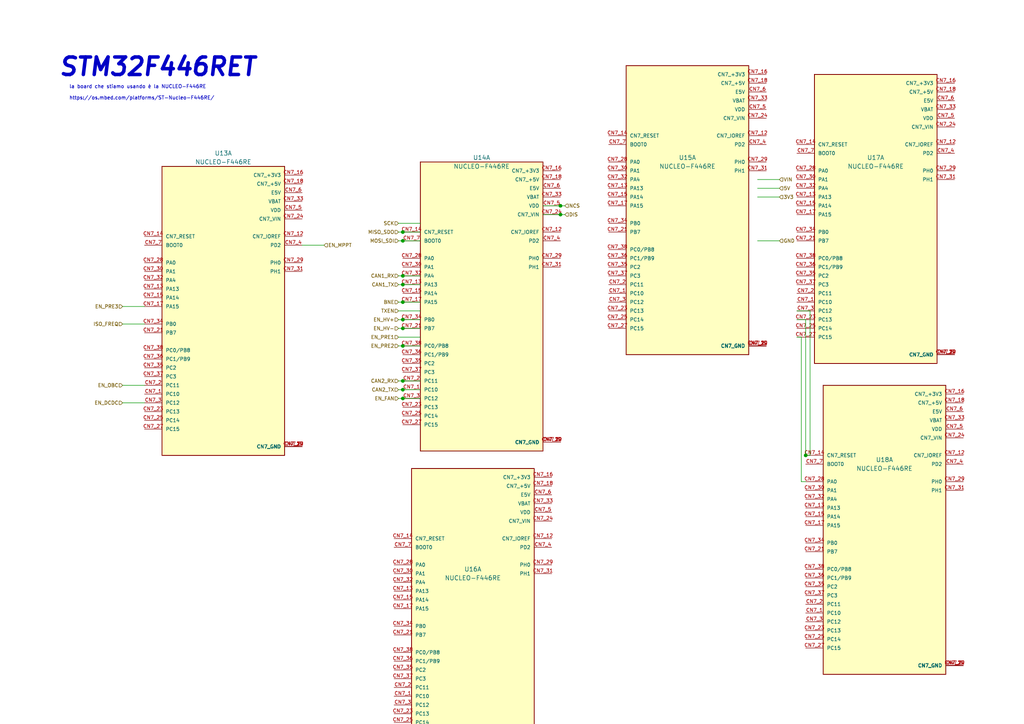
<source format=kicad_sch>
(kicad_sch (version 20250114) (generator "eeschema") (generator_version "9.0")
  (paper "A4")
  (lib_symbols
    (symbol "ArchimedeSRL:NUCLEO-F446RE" (pin_names (offset 1.016))
      (property "Reference" "U" (at -17.78 41.91 0))
      (property "Value" "NUCLEO-F446RE" (at -17.78 -44.45 0))
      (symbol "NUCLEO-F446RE_1_0"
        (rectangle (start -17.78 -43.18) (end 17.78 40.64) (stroke (width 0.254)) (fill (type background)))
        (pin bidirectional line (at -22.86 20.32 0) (length 5.08) (name "CN7_RESET") (number "CN7_14"))
        (pin bidirectional line (at -22.86 17.78 0) (length 5.08) (name "BOOT0") (number "CN7_7"))
        (pin bidirectional line (at -22.86 12.7 0) (length 5.08) (name "PA0") (number "CN7_28"))
        (pin bidirectional line (at -22.86 10.16 0) (length 5.08) (name "PA1") (number "CN7_30"))
        (pin bidirectional line (at -22.86 7.62 0) (length 5.08) (name "PA4") (number "CN7_32"))
        (pin bidirectional line (at -22.86 5.08 0) (length 5.08) (name "PA13") (number "CN7_13"))
        (pin bidirectional line (at -22.86 2.54 0) (length 5.08) (name "PA14") (number "CN7_15"))
        (pin bidirectional line (at -22.86 0 0) (length 5.08) (name "PA15") (number "CN7_17"))
        (pin bidirectional line (at -22.86 -5.08 0) (length 5.08) (name "PB0") (number "CN7_34"))
        (pin bidirectional line (at -22.86 -7.62 0) (length 5.08) (name "PB7") (number "CN7_21"))
        (pin bidirectional line (at -22.86 -12.7 0) (length 5.08) (name "PC0/PB8") (number "CN7_38"))
        (pin bidirectional line (at -22.86 -15.24 0) (length 5.08) (name "PC1/PB9") (number "CN7_36"))
        (pin bidirectional line (at -22.86 -17.78 0) (length 5.08) (name "PC2") (number "CN7_35"))
        (pin bidirectional line (at -22.86 -20.32 0) (length 5.08) (name "PC3") (number "CN7_37"))
        (pin bidirectional line (at -22.86 -22.86 0) (length 5.08) (name "PC11") (number "CN7_2"))
        (pin bidirectional line (at -22.86 -25.4 0) (length 5.08) (name "PC10") (number "CN7_1"))
        (pin bidirectional line (at -22.86 -27.94 0) (length 5.08) (name "PC12") (number "CN7_3"))
        (pin bidirectional line (at -22.86 -30.48 0) (length 5.08) (name "PC13") (number "CN7_23"))
        (pin bidirectional line (at -22.86 -33.02 0) (length 5.08) (name "PC14") (number "CN7_25"))
        (pin bidirectional line (at -22.86 -35.56 0) (length 5.08) (name "PC15") (number "CN7_27"))
        (pin power_in line (at 22.86 38.1 180) (length 5.08) (name "CN7_+3V3") (number "CN7_16"))
        (pin power_in line (at 22.86 35.56 180) (length 5.08) (name "CN7_+5V") (number "CN7_18"))
        (pin power_in line (at 22.86 33.02 180) (length 5.08) (name "E5V") (number "CN7_6"))
        (pin power_in line (at 22.86 30.48 180) (length 5.08) (name "VBAT") (number "CN7_33"))
        (pin power_in line (at 22.86 27.94 180) (length 5.08) (name "VDD") (number "CN7_5"))
        (pin power_in line (at 22.86 25.4 180) (length 5.08) (name "CN7_VIN") (number "CN7_24"))
        (pin bidirectional line (at 22.86 20.32 180) (length 5.08) (name "CN7_IOREF") (number "CN7_12"))
        (pin bidirectional line (at 22.86 17.78 180) (length 5.08) (name "PD2") (number "CN7_4"))
        (pin bidirectional line (at 22.86 12.7 180) (length 5.08) (name "PH0") (number "CN7_29"))
        (pin bidirectional line (at 22.86 10.16 180) (length 5.08) (name "PH1") (number "CN7_31"))
        (pin power_in line (at 22.86 -40.64 180) (length 5.08) (name "CN7_GND") (number "CN7_19"))
        (pin power_in line (at 22.86 -40.64 180) (length 5.08) (name "CN7_GND") (number "CN7_20"))
        (pin power_in line (at 22.86 -40.64 180) (length 5.08) (name "CN7_GND") (number "CN7_22"))
        (pin power_in line (at 22.86 -40.64 180) (length 5.08) (name "CN7_GND") (number "CN7_8"))
      )
      (symbol "NUCLEO-F446RE_2_0"
        (rectangle (start -12.7 -40.64) (end 12.7 38.1) (stroke (width 0.254)) (fill (type background)))
        (pin bidirectional line (at -17.78 27.94 0) (length 5.08) (name "PA2") (number "CN10_35"))
        (pin bidirectional line (at -17.78 25.4 0) (length 5.08) (name "PA3") (number "CN10_37"))
        (pin bidirectional line (at -17.78 22.86 0) (length 5.08) (name "PA5") (number "CN10_11"))
        (pin bidirectional line (at -17.78 20.32 0) (length 5.08) (name "PA6") (number "CN10_13"))
        (pin bidirectional line (at -17.78 17.78 0) (length 5.08) (name "PA7") (number "CN10_15"))
        (pin bidirectional line (at -17.78 15.24 0) (length 5.08) (name "PA8") (number "CN10_23"))
        (pin bidirectional line (at -17.78 12.7 0) (length 5.08) (name "PA9") (number "CN10_21"))
        (pin bidirectional line (at -17.78 10.16 0) (length 5.08) (name "PA10") (number "CN10_33"))
        (pin bidirectional line (at -17.78 7.62 0) (length 5.08) (name "PA11") (number "CN10_14"))
        (pin bidirectional line (at -17.78 5.08 0) (length 5.08) (name "PA12") (number "CN10_12"))
        (pin bidirectional line (at -17.78 0 0) (length 5.08) (name "PB1") (number "CN10_24"))
        (pin bidirectional line (at -17.78 -2.54 0) (length 5.08) (name "PB2") (number "CN10_22"))
        (pin bidirectional line (at -17.78 -5.08 0) (length 5.08) (name "PB3") (number "CN10_31"))
        (pin bidirectional line (at -17.78 -7.62 0) (length 5.08) (name "PB4") (number "CN10_27"))
        (pin bidirectional line (at -17.78 -10.16 0) (length 5.08) (name "PB5") (number "CN10_29"))
        (pin bidirectional line (at -17.78 -12.7 0) (length 5.08) (name "PB6") (number "CN10_17"))
        (pin bidirectional line (at -17.78 -15.24 0) (length 5.08) (name "PB8") (number "CN10_3"))
        (pin bidirectional line (at -17.78 -17.78 0) (length 5.08) (name "PB9") (number "CN10_5"))
        (pin bidirectional line (at -17.78 -20.32 0) (length 5.08) (name "PB10") (number "CN10_25"))
        (pin bidirectional line (at -17.78 -22.86 0) (length 5.08) (name "PB12") (number "CN10_16"))
        (pin bidirectional line (at -17.78 -25.4 0) (length 5.08) (name "PB13") (number "CN10_30"))
        (pin bidirectional line (at -17.78 -27.94 0) (length 5.08) (name "PB14") (number "CN10_28"))
        (pin bidirectional line (at -17.78 -30.48 0) (length 5.08) (name "PB15") (number "CN10_26"))
        (pin power_in line (at 17.78 35.56 180) (length 5.08) (name "AVDD") (number "CN10_7"))
        (pin power_in line (at 17.78 33.02 180) (length 5.08) (name "U5V") (number "CN10_8"))
        (pin bidirectional line (at 17.78 27.94 180) (length 5.08) (name "PC4") (number "CN10_34"))
        (pin bidirectional line (at 17.78 25.4 180) (length 5.08) (name "PC5") (number "CN10_6"))
        (pin bidirectional line (at 17.78 22.86 180) (length 5.08) (name "PC6") (number "CN10_4"))
        (pin bidirectional line (at 17.78 20.32 180) (length 5.08) (name "PC7") (number "CN10_19"))
        (pin bidirectional line (at 17.78 17.78 180) (length 5.08) (name "PC8") (number "CN10_2"))
        (pin bidirectional line (at 17.78 15.24 180) (length 5.08) (name "PC9") (number "CN10_1"))
        (pin power_in line (at 17.78 -35.56 180) (length 5.08) (name "AGND") (number "CN10_32"))
        (pin power_in line (at 17.78 -38.1 180) (length 5.08) (name "CN10_GND") (number "CN10_20"))
        (pin power_in line (at 17.78 -38.1 180) (length 5.08) (name "CN10_GND") (number "CN10_9"))
      )
      (symbol "NUCLEO-F446RE_3_0"
        (rectangle (start -15.24 -12.7) (end 15.24 10.16) (stroke (width 0.254)) (fill (type background)))
        (pin bidirectional line (at -20.32 -2.54 0) (length 5.08) (name "CN6_RESET") (number "CN6_3"))
        (pin bidirectional line (at -20.32 -5.08 0) (length 5.08) (name "CN6_IOREF") (number "CN6_2"))
        (pin power_in line (at 20.32 7.62 180) (length 5.08) (name "CN6_VIN") (number "CN6_8"))
        (pin power_in line (at 20.32 5.08 180) (length 5.08) (name "CN6_+5V") (number "CN6_5"))
        (pin power_in line (at 20.32 2.54 180) (length 5.08) (name "CN6_+3V3") (number "CN6_4"))
        (pin power_in line (at 20.32 -10.16 180) (length 5.08) (name "CN6_GND") (number "CN6_6"))
        (pin power_in line (at 20.32 -10.16 180) (length 5.08) (name "CN6_GND") (number "CN6_7"))
      )
      (symbol "NUCLEO-F446RE_4_0"
        (rectangle (start -5.08 -12.7) (end 5.08 12.7) (stroke (width 0.254)) (fill (type background)))
        (pin input line (at -10.16 10.16 0) (length 5.08) (name "D0") (number "CN9_1"))
        (pin output line (at -10.16 7.62 0) (length 5.08) (name "D1") (number "CN9_2"))
        (pin bidirectional line (at -10.16 2.54 0) (length 5.08) (name "D2") (number "CN9_3"))
        (pin bidirectional line (at -10.16 0 0) (length 5.08) (name "D3") (number "CN9_4"))
        (pin bidirectional line (at -10.16 -2.54 0) (length 5.08) (name "D4") (number "CN9_5"))
        (pin bidirectional line (at -10.16 -5.08 0) (length 5.08) (name "D5") (number "CN9_6"))
        (pin bidirectional line (at -10.16 -7.62 0) (length 5.08) (name "D6") (number "CN9_7"))
        (pin bidirectional line (at -10.16 -10.16 0) (length 5.08) (name "D7") (number "CN9_8"))
      )
      (symbol "NUCLEO-F446RE_5_0"
        (rectangle (start -5.08 -10.16) (end 5.08 7.62) (stroke (width 0.254)) (fill (type background)))
        (pin input line (at -10.16 5.08 0) (length 5.08) (name "A0") (number "CN8_1"))
        (pin input line (at -10.16 2.54 0) (length 5.08) (name "A1") (number "CN8_2"))
        (pin input line (at -10.16 0 0) (length 5.08) (name "A2") (number "CN8_3"))
        (pin input line (at -10.16 -2.54 0) (length 5.08) (name "A3") (number "CN8_4"))
        (pin input line (at -10.16 -5.08 0) (length 5.08) (name "A4") (number "CN8_5"))
        (pin input line (at -10.16 -7.62 0) (length 5.08) (name "A5") (number "CN8_6"))
      )
      (symbol "NUCLEO-F446RE_6_0"
        (rectangle (start -10.16 -17.78) (end 10.16 15.24) (stroke (width 0.254)) (fill (type background)))
        (pin bidirectional line (at -15.24 7.62 0) (length 5.08) (name "D8") (number "CN5_1"))
        (pin bidirectional line (at -15.24 5.08 0) (length 5.08) (name "D9") (number "CN5_2"))
        (pin bidirectional line (at -15.24 2.54 0) (length 5.08) (name "D10") (number "CN5_3"))
        (pin bidirectional line (at -15.24 0 0) (length 5.08) (name "D11") (number "CN5_4"))
        (pin bidirectional line (at -15.24 -2.54 0) (length 5.08) (name "D12") (number "CN5_5"))
        (pin bidirectional clock (at -15.24 -5.08 0) (length 5.08) (name "D13") (number "CN5_6"))
        (pin bidirectional line (at -15.24 -7.62 0) (length 5.08) (name "D14") (number "CN5_9"))
        (pin bidirectional clock (at -15.24 -10.16 0) (length 5.08) (name "D15") (number "CN5_10"))
        (pin power_in line (at 15.24 12.7 180) (length 5.08) (name "AREF") (number "CN5_8"))
        (pin power_in line (at 15.24 -15.24 180) (length 5.08) (name "CN5_GND") (number "CN5_7"))
      )
    )
    (symbol "MCU_ST_STM32F4:STM32F446RETx"
      (property "Reference" "U" (at -17.78 46.99 0))
      (property "Value" "STM32F446RETx" (at 10.16 46.99 0))
      (symbol "STM32F446RETx_0_1"
        (rectangle (start -17.78 -43.18) (end 17.78 45.72) (stroke (width 0.254)) (fill (type background)))
      )
      (symbol "STM32F446RETx_1_1"
        (pin input line (at -20.32 40.64 0) (length 2.54) (name "NRST") (number "7"))
        (pin input line (at -20.32 35.56 0) (length 2.54) (name "BOOT0") (number "60"))
        (pin bidirectional line (at -20.32 30.48 0) (length 2.54) (name "PH0") (number "5"))
        (pin bidirectional line (at -20.32 27.94 0) (length 2.54) (name "PH1") (number "6"))
        (pin bidirectional line (at -20.32 22.86 0) (length 2.54) (name "PD2") (number "54"))
        (pin bidirectional line (at -20.32 17.78 0) (length 2.54) (name "PC0") (number "8"))
        (pin bidirectional line (at -20.32 15.24 0) (length 2.54) (name "PC1") (number "9"))
        (pin bidirectional line (at -20.32 12.7 0) (length 2.54) (name "PC2") (number "10"))
        (pin bidirectional line (at -20.32 10.16 0) (length 2.54) (name "PC3") (number "11"))
        (pin bidirectional line (at -20.32 7.62 0) (length 2.54) (name "PC4") (number "24"))
        (pin bidirectional line (at -20.32 5.08 0) (length 2.54) (name "PC5") (number "25"))
        (pin bidirectional line (at -20.32 2.54 0) (length 2.54) (name "PC6") (number "37"))
        (pin bidirectional line (at -20.32 0 0) (length 2.54) (name "PC7") (number "38"))
        (pin bidirectional line (at -20.32 -2.54 0) (length 2.54) (name "PC8") (number "39"))
        (pin bidirectional line (at -20.32 -5.08 0) (length 2.54) (name "PC9") (number "40"))
        (pin bidirectional line (at -20.32 -7.62 0) (length 2.54) (name "PC10") (number "51"))
        (pin bidirectional line (at -20.32 -10.16 0) (length 2.54) (name "PC11") (number "52"))
        (pin bidirectional line (at -20.32 -12.7 0) (length 2.54) (name "PC12") (number "53"))
        (pin bidirectional line (at -20.32 -15.24 0) (length 2.54) (name "PC13") (number "2"))
        (pin bidirectional line (at -20.32 -17.78 0) (length 2.54) (name "PC14") (number "3"))
        (pin bidirectional line (at -20.32 -20.32 0) (length 2.54) (name "PC15") (number "4"))
        (pin power_out line (at -20.32 -25.4 0) (length 2.54) (name "VCAP_1") (number "30"))
        (pin power_in line (at -5.08 48.26 270) (length 2.54) (name "VBAT") (number "1"))
        (pin power_in line (at -2.54 48.26 270) (length 2.54) (name "VDD") (number "19"))
        (pin power_in line (at 0 48.26 270) (length 2.54) (name "VDD") (number "32"))
        (pin power_in line (at 0 -45.72 90) (length 2.54) (name "VSS") (number "18"))
        (pin passive line (at 0 -45.72 90) (length 2.54) (hide yes) (name "VSS") (number "31"))
        (pin passive line (at 0 -45.72 90) (length 2.54) (hide yes) (name "VSS") (number "47"))
        (pin passive line (at 0 -45.72 90) (length 2.54) (hide yes) (name "VSS") (number "63"))
        (pin power_in line (at 2.54 48.26 270) (length 2.54) (name "VDD") (number "48"))
        (pin power_in line (at 2.54 -45.72 90) (length 2.54) (name "VSSA") (number "12"))
        (pin power_in line (at 5.08 48.26 270) (length 2.54) (name "VDD") (number "64"))
        (pin power_in line (at 7.62 48.26 270) (length 2.54) (name "VDDA") (number "13"))
        (pin bidirectional line (at 20.32 40.64 180) (length 2.54) (name "PA0") (number "14"))
        (pin bidirectional line (at 20.32 38.1 180) (length 2.54) (name "PA1") (number "15"))
        (pin bidirectional line (at 20.32 35.56 180) (length 2.54) (name "PA2") (number "16"))
        (pin bidirectional line (at 20.32 33.02 180) (length 2.54) (name "PA3") (number "17"))
        (pin bidirectional line (at 20.32 30.48 180) (length 2.54) (name "PA4") (number "20"))
        (pin bidirectional line (at 20.32 27.94 180) (length 2.54) (name "PA5") (number "21"))
        (pin bidirectional line (at 20.32 25.4 180) (length 2.54) (name "PA6") (number "22"))
        (pin bidirectional line (at 20.32 22.86 180) (length 2.54) (name "PA7") (number "23"))
        (pin bidirectional line (at 20.32 20.32 180) (length 2.54) (name "PA8") (number "41"))
        (pin bidirectional line (at 20.32 17.78 180) (length 2.54) (name "PA9") (number "42"))
        (pin bidirectional line (at 20.32 15.24 180) (length 2.54) (name "PA10") (number "43"))
        (pin bidirectional line (at 20.32 12.7 180) (length 2.54) (name "PA11") (number "44"))
        (pin bidirectional line (at 20.32 10.16 180) (length 2.54) (name "PA12") (number "45"))
        (pin bidirectional line (at 20.32 7.62 180) (length 2.54) (name "PA13") (number "46"))
        (pin bidirectional line (at 20.32 5.08 180) (length 2.54) (name "PA14") (number "49"))
        (pin bidirectional line (at 20.32 2.54 180) (length 2.54) (name "PA15") (number "50"))
        (pin bidirectional line (at 20.32 -2.54 180) (length 2.54) (name "PB0") (number "26"))
        (pin bidirectional line (at 20.32 -5.08 180) (length 2.54) (name "PB1") (number "27"))
        (pin bidirectional line (at 20.32 -7.62 180) (length 2.54) (name "PB2") (number "28"))
        (pin bidirectional line (at 20.32 -10.16 180) (length 2.54) (name "PB3") (number "55"))
        (pin bidirectional line (at 20.32 -12.7 180) (length 2.54) (name "PB4") (number "56"))
        (pin bidirectional line (at 20.32 -15.24 180) (length 2.54) (name "PB5") (number "57"))
        (pin bidirectional line (at 20.32 -17.78 180) (length 2.54) (name "PB6") (number "58"))
        (pin bidirectional line (at 20.32 -20.32 180) (length 2.54) (name "PB7") (number "59"))
        (pin bidirectional line (at 20.32 -22.86 180) (length 2.54) (name "PB8") (number "61"))
        (pin bidirectional line (at 20.32 -25.4 180) (length 2.54) (name "PB9") (number "62"))
        (pin bidirectional line (at 20.32 -27.94 180) (length 2.54) (name "PB10") (number "29"))
        (pin bidirectional line (at 20.32 -30.48 180) (length 2.54) (name "PB12") (number "33"))
        (pin bidirectional line (at 20.32 -33.02 180) (length 2.54) (name "PB13") (number "34"))
        (pin bidirectional line (at 20.32 -35.56 180) (length 2.54) (name "PB14") (number "35"))
        (pin bidirectional line (at 20.32 -38.1 180) (length 2.54) (name "PB15") (number "36"))
      )
    )
  )
  (text "STM32F446RET" (at 16.764 19.558 0) (effects (font (size 5.08 5.08) (thickness 1.016) (bold yes) (italic yes)) (justify left)))
  (text "la board che stiamo usando è la NUCLEO-F446RE\n\nhttps://os.mbed.com/platforms/ST-Nucleo-F446RE/" (at 20.066 26.924 0) (effects (font (size 1.016 1.016)) (justify left)))
  (junction (at 116.84 92.71))
  (junction (at 116.84 80.01))
  (junction (at 162.56 62.23))
  (junction (at 116.84 87.63))
  (junction (at 116.84 113.03))
  (junction (at 116.84 82.55))
  (junction (at 116.84 69.85))
  (junction (at 233.68 132.08))
  (junction (at 116.84 95.25))
  (junction (at 116.84 115.57))
  (junction (at 116.84 67.31))
  (junction (at 162.56 59.69))
  (junction (at 116.84 110.49))
  (junction (at 116.84 100.33))
  (wire (pts (xy 116.84 87.63) (xy 121.92 87.63)))
  (wire (pts (xy 115.57 113.03) (xy 116.84 113.03)))
  (wire (pts (xy 162.56 62.23) (xy 163.83 62.23)))
  (wire (pts (xy 219.71 54.61) (xy 226.06 54.61)))
  (wire (pts (xy 116.84 113.03) (xy 121.92 113.03)))
  (wire (pts (xy 35.56 116.84) (xy 41.91 116.84)))
  (wire (pts (xy 115.57 100.33) (xy 116.84 100.33)))
  (wire (pts (xy 232.41 139.7) (xy 232.41 97.79)))
  (wire (pts (xy 219.71 69.85) (xy 226.06 69.85)))
  (wire (pts (xy 115.57 90.17) (xy 121.92 90.17)))
  (wire (pts (xy 116.84 80.01) (xy 121.92 80.01)))
  (wire (pts (xy 115.57 82.55) (xy 116.84 82.55)))
  (wire (pts (xy 115.57 92.71) (xy 116.84 92.71)))
  (wire (pts (xy 157.48 59.69) (xy 162.56 59.69)))
  (wire (pts (xy 219.71 57.15) (xy 226.06 57.15)))
  (wire (pts (xy 116.84 95.25) (xy 121.92 95.25)))
  (wire (pts (xy 115.57 67.31) (xy 116.84 67.31)))
  (wire (pts (xy 219.71 52.07) (xy 226.06 52.07)))
  (wire (pts (xy 233.68 132.08) (xy 233.68 92.71)))
  (wire (pts (xy 35.56 93.98) (xy 41.91 93.98)))
  (wire (pts (xy 116.84 115.57) (xy 121.92 115.57)))
  (wire (pts (xy 116.84 110.49) (xy 121.92 110.49)))
  (wire (pts (xy 116.84 69.85) (xy 121.92 69.85)))
  (wire (pts (xy 115.57 80.01) (xy 116.84 80.01)))
  (wire (pts (xy 232.41 97.79) (xy 231.14 97.79)))
  (wire (pts (xy 234.95 132.08) (xy 234.95 90.17)))
  (wire (pts (xy 234.95 90.17) (xy 231.14 90.17)))
  (wire (pts (xy 162.56 59.69) (xy 163.83 59.69)))
  (wire (pts (xy 115.57 115.57) (xy 116.84 115.57)))
  (wire (pts (xy 35.56 111.76) (xy 41.91 111.76)))
  (wire (pts (xy 115.57 87.63) (xy 116.84 87.63)))
  (wire (pts (xy 116.84 67.31) (xy 121.92 67.31)))
  (wire (pts (xy 35.56 88.9) (xy 41.91 88.9)))
  (wire (pts (xy 115.57 95.25) (xy 116.84 95.25)))
  (wire (pts (xy 116.84 92.71) (xy 121.92 92.71)))
  (wire (pts (xy 157.48 62.23) (xy 162.56 62.23)))
  (wire (pts (xy 115.57 97.79) (xy 121.92 97.79)))
  (wire (pts (xy 115.57 64.77) (xy 121.92 64.77)))
  (wire (pts (xy 115.57 69.85) (xy 116.84 69.85)))
  (wire (pts (xy 87.63 71.12) (xy 93.98 71.12)))
  (wire (pts (xy 116.84 82.55) (xy 121.92 82.55)))
  (wire (pts (xy 233.68 132.08) (xy 234.95 132.08)))
  (wire (pts (xy 233.68 92.71) (xy 231.14 92.71)))
  (wire (pts (xy 115.57 110.49) (xy 116.84 110.49)))
  (wire (pts (xy 116.84 100.33) (xy 121.92 100.33)))
  (wire (pts (xy 233.68 139.7) (xy 232.41 139.7)))
  (hierarchical_label "EN_FAN" (shape input) (at 115.57 115.57 180) (effects (font (size 1.016 1.016))))
  (hierarchical_label "CAN1_TX" (shape input) (at 115.57 82.55 180) (effects (font (size 1.016 1.016))))
  (hierarchical_label "NCS" (shape input) (at 163.83 59.69 0) (effects (font (size 1.016 1.016))))
  (hierarchical_label "MOSI_SDI" (shape input) (at 115.57 69.85 180) (effects (font (size 1.016 1.016))))
  (hierarchical_label "EN_PRE2" (shape input) (at 115.57 100.33 180) (effects (font (size 1.016 1.016))))
  (hierarchical_label "GND" (shape input) (at 226.06 69.85 0) (effects (font (size 1.016 1.016))))
  (hierarchical_label "ISO_FREQ" (shape input) (at 35.56 93.98 180) (effects (font (size 1.016 1.016))))
  (hierarchical_label "3V3" (shape input) (at 226.06 57.15 0) (effects (font (size 1.016 1.016))))
  (hierarchical_label "CAN1_RX" (shape input) (at 115.57 80.01 180) (effects (font (size 1.016 1.016))))
  (hierarchical_label "CAN2_RX" (shape input) (at 115.57 110.49 180) (effects (font (size 1.016 1.016))))
  (hierarchical_label "EN_MPPT" (shape input) (at 93.98 71.12 0) (effects (font (size 1.016 1.016))))
  (hierarchical_label "BNE" (shape input) (at 115.57 87.63 180) (effects (font (size 1.016 1.016))))
  (hierarchical_label "CAN2_TX" (shape input) (at 115.57 113.03 180) (effects (font (size 1.016 1.016))))
  (hierarchical_label "EN_HV+" (shape input) (at 115.57 92.71 180) (effects (font (size 1.016 1.016))))
  (hierarchical_label "EN_PRE1" (shape input) (at 115.57 97.79 180) (effects (font (size 1.016 1.016))))
  (hierarchical_label "5V" (shape input) (at 226.06 54.61 0) (effects (font (size 1.016 1.016))))
  (hierarchical_label "VIN" (shape input) (at 226.06 52.07 0) (effects (font (size 1.016 1.016))))
  (hierarchical_label "EN_DCDC" (shape input) (at 35.56 116.84 180) (effects (font (size 1.016 1.016))))
  (hierarchical_label "EN_OBC" (shape input) (at 35.56 111.76 180) (effects (font (size 1.016 1.016))))
  (hierarchical_label "EN_HV-" (shape input) (at 115.57 95.25 180) (effects (font (size 1.016 1.016))))
  (hierarchical_label "TXEN" (shape input) (at 115.57 90.17 180) (effects (font (size 1.016 1.016))))
  (hierarchical_label "DIS" (shape input) (at 163.83 62.23 0) (effects (font (size 1.016 1.016))))
  (hierarchical_label "SCK" (shape input) (at 115.57 64.77 180) (effects (font (size 1.016 1.016))))
  (hierarchical_label "MISO_SDO" (shape input) (at 115.57 67.31 180) (effects (font (size 1.016 1.016))))
  (hierarchical_label "EN_PRE3" (shape input) (at 35.56 88.9 180) (effects (font (size 1.016 1.016))))
  (symbol (lib_id "ArchimedeSRL:NUCLEO-F446RE") (at 254 62.23 0) (unit 1)
    (property "Reference" "U17" (at 254 45.72 0))
    (property "Value" "NUCLEO-F446RE" (at 254 48.26 0))
    (property "Footprint" "NUCLEO-F446RE:MODULE_NUCLEO-F446RE" (effects (hide yes)))
    (property "MF" "STMicroelectronics" (effects (hide yes)))
    (property "Package" "None" (effects (hide yes)))
    (property "Price" "None" (effects (hide yes)))
    (property "Check_prices" "https://www.snapeda.com/parts/NUCLEO-F446RE/STMicroelectronics/view-part/?ref=eda" (effects (hide yes)))
    (property "STANDARD" "Manufacturer Recommendations" (effects (hide yes)))
    (property "PARTREV" "13" (effects (hide yes)))
    (property "SnapEDA_Link" "https://www.snapeda.com/parts/NUCLEO-F446RE/STMicroelectronics/view-part/?ref=snap" (effects (hide yes)))
    (property "MP" "NUCLEO-F446RE" (effects (hide yes)))
    (property "Description_1" "\n                        \n                            STM32F446RE, mbed-Enabled Development Nucleo-64 STM32F4 ARM® Cortex®-M4 MCU 32-Bit Embedded Evaluation Board\n                        \n" (effects (hide yes)))
    (property "Availability" "In Stock" (effects (hide yes)))
    (property "MANUFACTURER" "STMicroelectronics" (effects (hide yes)))
  )
  (symbol (lib_id "ArchimedeSRL:NUCLEO-F446RE") (at 137.16 176.53 0) (unit 1)
    (property "Reference" "U16" (at 137.16 165.1 0))
    (property "Value" "NUCLEO-F446RE" (at 137.16 167.64 0))
    (property "Footprint" "NUCLEO-F446RE:MODULE_NUCLEO-F446RE" (effects (hide yes)))
    (property "MF" "STMicroelectronics" (effects (hide yes)))
    (property "Package" "None" (effects (hide yes)))
    (property "Price" "None" (effects (hide yes)))
    (property "Check_prices" "https://www.snapeda.com/parts/NUCLEO-F446RE/STMicroelectronics/view-part/?ref=eda" (effects (hide yes)))
    (property "STANDARD" "Manufacturer Recommendations" (effects (hide yes)))
    (property "PARTREV" "13" (effects (hide yes)))
    (property "SnapEDA_Link" "https://www.snapeda.com/parts/NUCLEO-F446RE/STMicroelectronics/view-part/?ref=snap" (effects (hide yes)))
    (property "MP" "NUCLEO-F446RE" (effects (hide yes)))
    (property "Description_1" "\n                        \n                            STM32F446RE, mbed-Enabled Development Nucleo-64 STM32F4 ARM® Cortex®-M4 MCU 32-Bit Embedded Evaluation Board\n                        \n" (effects (hide yes)))
    (property "Availability" "In Stock" (effects (hide yes)))
    (property "MANUFACTURER" "STMicroelectronics" (effects (hide yes)))
  )
  (symbol (lib_id "ArchimedeSRL:NUCLEO-F446RE") (at 139.7 87.63 0) (unit 1)
    (property "Reference" "U14" (at 139.7 45.72 0))
    (property "Value" "NUCLEO-F446RE" (at 139.7 48.26 0))
    (property "Footprint" "NUCLEO-F446RE:MODULE_NUCLEO-F446RE" (effects (hide yes)))
    (property "MF" "STMicroelectronics" (effects (hide yes)))
    (property "Package" "None" (effects (hide yes)))
    (property "Price" "None" (effects (hide yes)))
    (property "Check_prices" "https://www.snapeda.com/parts/NUCLEO-F446RE/STMicroelectronics/view-part/?ref=eda" (effects (hide yes)))
    (property "STANDARD" "Manufacturer Recommendations" (effects (hide yes)))
    (property "PARTREV" "13" (effects (hide yes)))
    (property "SnapEDA_Link" "https://www.snapeda.com/parts/NUCLEO-F446RE/STMicroelectronics/view-part/?ref=snap" (effects (hide yes)))
    (property "MP" "NUCLEO-F446RE" (effects (hide yes)))
    (property "Description_1" "\n                        \n                            STM32F446RE, mbed-Enabled Development Nucleo-64 STM32F4 ARM® Cortex®-M4 MCU 32-Bit Embedded Evaluation Board\n                        \n" (effects (hide yes)))
    (property "Availability" "In Stock" (effects (hide yes)))
    (property "MANUFACTURER" "STMicroelectronics" (effects (hide yes)))
  )
  (symbol (lib_id "ArchimedeSRL:NUCLEO-F446RE") (at 199.39 59.69 0) (unit 1)
    (property "Reference" "U15" (at 199.39 45.72 0))
    (property "Value" "NUCLEO-F446RE" (at 199.39 48.26 0))
    (property "Footprint" "NUCLEO-F446RE:MODULE_NUCLEO-F446RE" (effects (hide yes)))
    (property "MF" "STMicroelectronics" (effects (hide yes)))
    (property "Package" "None" (effects (hide yes)))
    (property "Price" "None" (effects (hide yes)))
    (property "Check_prices" "https://www.snapeda.com/parts/NUCLEO-F446RE/STMicroelectronics/view-part/?ref=eda" (effects (hide yes)))
    (property "STANDARD" "Manufacturer Recommendations" (effects (hide yes)))
    (property "PARTREV" "13" (effects (hide yes)))
    (property "SnapEDA_Link" "https://www.snapeda.com/parts/NUCLEO-F446RE/STMicroelectronics/view-part/?ref=snap" (effects (hide yes)))
    (property "MP" "NUCLEO-F446RE" (effects (hide yes)))
    (property "Description_1" "\n                        \n                            STM32F446RE, mbed-Enabled Development Nucleo-64 STM32F4 ARM® Cortex®-M4 MCU 32-Bit Embedded Evaluation Board\n                        \n" (effects (hide yes)))
    (property "Availability" "In Stock" (effects (hide yes)))
    (property "MANUFACTURER" "STMicroelectronics" (effects (hide yes)))
  )
  (symbol (lib_id "MCU_ST_STM32F4:STM32F446RETx") (at -54.61 213.36 0) (unit 1)
    (property "Reference" "U19" (at -49.9267 259.08 0) (effects (justify left)))
    (property "Value" "STM32F446RETx" (at -49.9267 261.62 0) (effects (justify left)))
    (property "Footprint" "Package_QFP:LQFP-64_10x10mm_P0.5mm" (effects (hide yes)))
    (property "Datasheet" "https://www.st.com/resource/en/datasheet/stm32f446re.pdf" (effects (hide yes)))
    (property "Description" "STMicroelectronics Arm Cortex-M4 MCU, 512KB flash, 128KB RAM, 180 MHz, 1.8-3.6V, 50 GPIO, LQFP64" (effects (hide yes)))
  )
  (symbol (lib_id "ArchimedeSRL:NUCLEO-F446RE") (at 256.54 152.4 0) (unit 1)
    (property "Reference" "U18" (at 256.54 133.35 0))
    (property "Value" "NUCLEO-F446RE" (at 256.54 135.89 0))
    (property "Footprint" "NUCLEO-F446RE:MODULE_NUCLEO-F446RE" (effects (hide yes)))
    (property "MF" "STMicroelectronics" (effects (hide yes)))
    (property "Package" "None" (effects (hide yes)))
    (property "Price" "None" (effects (hide yes)))
    (property "Check_prices" "https://www.snapeda.com/parts/NUCLEO-F446RE/STMicroelectronics/view-part/?ref=eda" (effects (hide yes)))
    (property "STANDARD" "Manufacturer Recommendations" (effects (hide yes)))
    (property "PARTREV" "13" (effects (hide yes)))
    (property "SnapEDA_Link" "https://www.snapeda.com/parts/NUCLEO-F446RE/STMicroelectronics/view-part/?ref=snap" (effects (hide yes)))
    (property "MP" "NUCLEO-F446RE" (effects (hide yes)))
    (property "Description_1" "\n                        \n                            STM32F446RE, mbed-Enabled Development Nucleo-64 STM32F4 ARM® Cortex®-M4 MCU 32-Bit Embedded Evaluation Board\n                        \n" (effects (hide yes)))
    (property "Availability" "In Stock" (effects (hide yes)))
    (property "MANUFACTURER" "STMicroelectronics" (effects (hide yes)))
  )
  (symbol (lib_id "ArchimedeSRL:NUCLEO-F446RE") (at 64.77 88.9 0) (unit 1)
    (property "Reference" "U13" (at 64.77 44.45 0))
    (property "Value" "NUCLEO-F446RE" (at 64.77 46.99 0))
    (property "Footprint" "NUCLEO-F446RE:MODULE_NUCLEO-F446RE" (effects (hide yes)))
    (property "MF" "STMicroelectronics" (effects (hide yes)))
    (property "Package" "None" (effects (hide yes)))
    (property "Price" "None" (effects (hide yes)))
    (property "Check_prices" "https://www.snapeda.com/parts/NUCLEO-F446RE/STMicroelectronics/view-part/?ref=eda" (effects (hide yes)))
    (property "STANDARD" "Manufacturer Recommendations" (effects (hide yes)))
    (property "PARTREV" "13" (effects (hide yes)))
    (property "SnapEDA_Link" "https://www.snapeda.com/parts/NUCLEO-F446RE/STMicroelectronics/view-part/?ref=snap" (effects (hide yes)))
    (property "MP" "NUCLEO-F446RE" (effects (hide yes)))
    (property "Description_1" "\n                        \n                            STM32F446RE, mbed-Enabled Development Nucleo-64 STM32F4 ARM® Cortex®-M4 MCU 32-Bit Embedded Evaluation Board\n                        \n" (effects (hide yes)))
    (property "Availability" "In Stock" (effects (hide yes)))
    (property "MANUFACTURER" "STMicroelectronics" (effects (hide yes)))
  )
)
</source>
